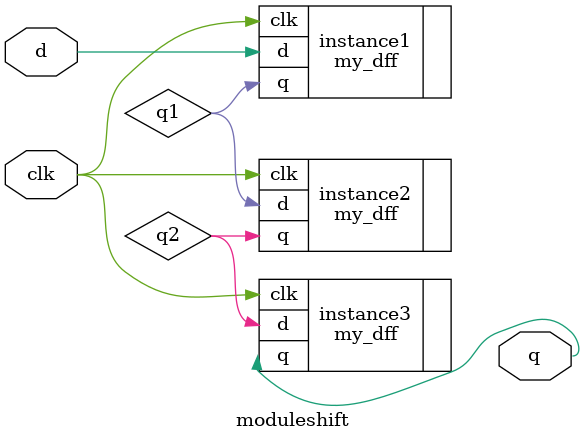
<source format=v>
module moduleshift(

    input clk, d,
    output q

);

    wire q1,q2; // 새로 나오는 출력 선언!

    my_dff instance1 (.clk(clk), .d(d), .q(q1));    // q1=첫번째1출력
    my_dff instance2 (.clk(clk), .d(q1), .q(q2));   // 두번째 d에 들어가는 입력 = q1, 출력 = q2
    my_dff instance3 (.clk(clk), .d(q2), .q(q));    // 번째 d에 들어가는 입력 = q2

    

endmodule
</source>
